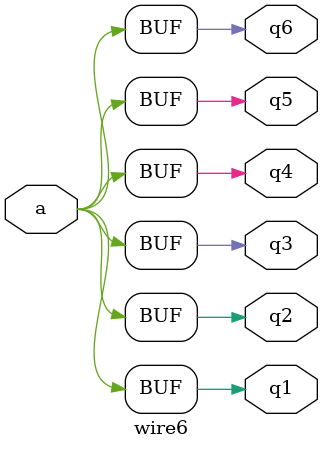
<source format=sv>
module wire6(input bit a, output bit q1, q2, q3, q4, q5, q6);
  always_comb begin
    q1 = a;
    q2 = a;
    q3 = a;
    q4 = a;
    q5 = a;
    q6 = a;
  end
endmodule // wire6

</source>
